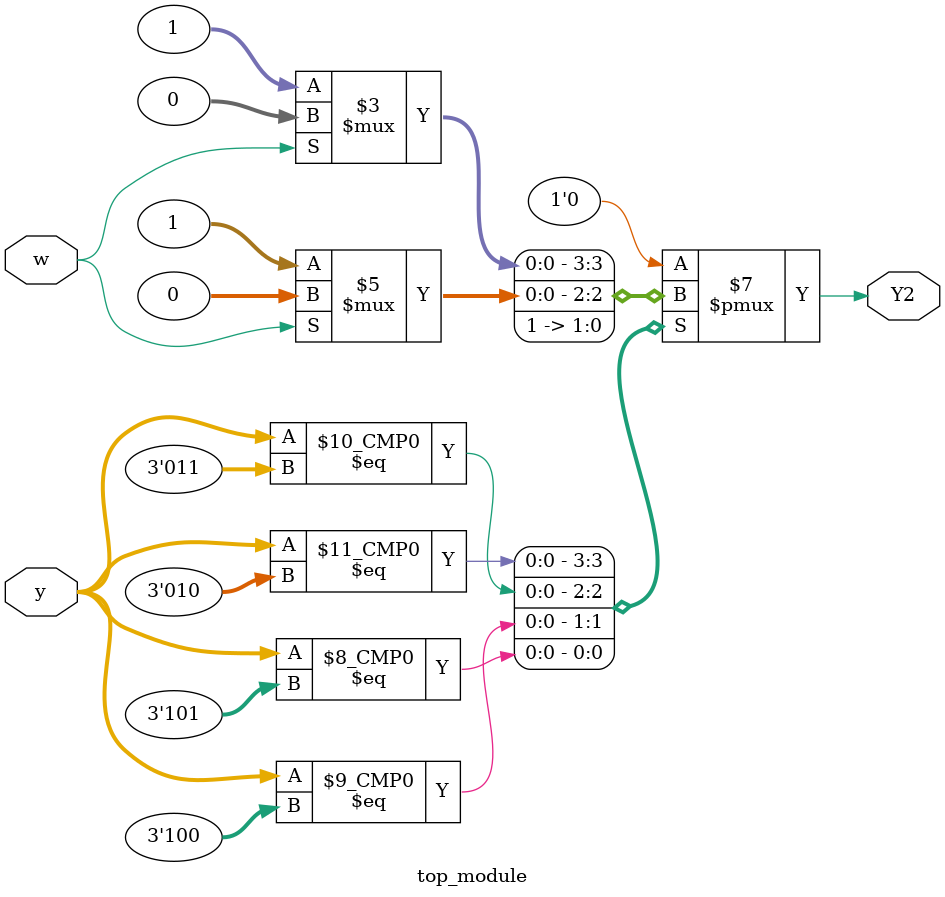
<source format=sv>
module top_module(
	input [3:1] y,
	input w,
	output reg Y2);
	
	always @(*) begin
		case(y)
			3'b000: Y2 = 0; // state A
			3'b001: Y2 = 0; // state B
			3'b010: Y2 = (w==0) ? 1 : 0; // state C
			3'b011: Y2 = (w==0) ? 1 : 0; // state D
			3'b100: Y2 = 1; // state E
			3'b101: Y2 = 1; // state F
			default: Y2 = 0;
		endcase
	end
	
endmodule

</source>
